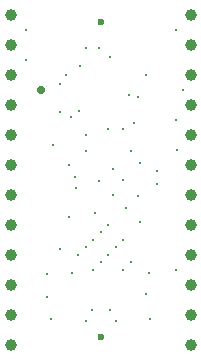
<source format=gbr>
%TF.GenerationSoftware,KiCad,Pcbnew,5.1.5+dfsg1-2~bpo10+1*%
%TF.CreationDate,Date%
%TF.ProjectId,ProMicro_GPS,50726f4d-6963-4726-9f5f-4750532e6b69,v3.1*%
%TF.SameCoordinates,Original*%
%TF.FileFunction,Plated,1,2,PTH,Drill*%
%TF.FilePolarity,Positive*%
%FSLAX46Y46*%
G04 Gerber Fmt 4.6, Leading zero omitted, Abs format (unit mm)*
G04 Created by KiCad*
%MOMM*%
%LPD*%
G04 APERTURE LIST*
%TA.AperFunction,ViaDrill*%
%ADD10C,0.200000*%
%TD*%
%TA.AperFunction,ComponentDrill*%
%ADD11C,0.600000*%
%TD*%
%TA.AperFunction,ComponentDrill*%
%ADD12C,0.700000*%
%TD*%
%TA.AperFunction,ComponentDrill*%
%ADD13C,1.000000*%
%TD*%
G04 APERTURE END LIST*
D10*
X-13970000Y26670000D03*
X-13970000Y24130000D03*
X-12192000Y5969000D03*
X-12192000Y4064000D03*
X-11811000Y2159000D03*
X-11684000Y16891000D03*
X-11051006Y8130000D03*
X-11049000Y22098000D03*
X-11049000Y19685000D03*
X-10541000Y22860000D03*
X-10287000Y15240000D03*
X-10287000Y10795000D03*
X-10160000Y19304000D03*
X-10033000Y6096000D03*
X-9779000Y14224000D03*
X-9715500Y13271500D03*
X-9525000Y7620000D03*
X-9461500Y19748500D03*
X-9398000Y23622000D03*
X-8890000Y25146000D03*
X-8890000Y17780000D03*
X-8890000Y16383000D03*
X-8890000Y8255000D03*
X-8890000Y2032000D03*
X-8382000Y2921000D03*
X-8255000Y8890000D03*
X-8255000Y6350000D03*
X-8128000Y11176000D03*
X-7747000Y25146000D03*
X-7747000Y13843000D03*
X-7620000Y9525000D03*
X-7620000Y6985000D03*
X-6985000Y18234490D03*
X-6985000Y10160000D03*
X-6985000Y7620000D03*
X-6858000Y24384000D03*
X-6858000Y2921000D03*
X-6604000Y14859000D03*
X-6604000Y12700000D03*
X-6350000Y8255000D03*
X-6350000Y2032000D03*
X-5715000Y18234490D03*
X-5715000Y13970000D03*
X-5715000Y8890000D03*
X-5715000Y6350000D03*
X-5461000Y11557000D03*
X-5241283Y21116338D03*
X-5080000Y16383000D03*
X-5080000Y6985000D03*
X-4826000Y18796000D03*
X-4445000Y20955000D03*
X-4445000Y12573000D03*
X-4318000Y15367000D03*
X-4318000Y10414000D03*
X-3810000Y22860000D03*
X-3810000Y4318000D03*
X-3492500Y6096000D03*
X-3429000Y2159000D03*
X-2870000Y14730000D03*
X-2870000Y13630000D03*
X-1270000Y26670000D03*
X-1270000Y19050000D03*
X-1270000Y6350000D03*
X-1143000Y16510000D03*
X-635000Y21590000D03*
D11*
%TO.C,H2*%
X-7620000Y27305000D03*
%TO.C,H1*%
X-7620000Y635000D03*
D12*
%TO.C,TP6*%
X-12700000Y21590000D03*
D13*
%TO.C,A1*%
X-15240000Y27940000D03*
X-15240000Y25400000D03*
X-15240000Y22860000D03*
X-15240000Y20320000D03*
X-15240000Y17780000D03*
X-15240000Y15240000D03*
X-15240000Y12700000D03*
X-15240000Y10160000D03*
X-15240000Y7620000D03*
X-15240000Y5080000D03*
X-15240000Y2540000D03*
X-15240000Y0D03*
X0Y27940000D03*
X0Y25400000D03*
X0Y22860000D03*
X0Y20320000D03*
X0Y17780000D03*
X0Y15240000D03*
X0Y12700000D03*
X0Y10160000D03*
X0Y7620000D03*
X0Y5080000D03*
X0Y2540000D03*
X0Y0D03*
M02*

</source>
